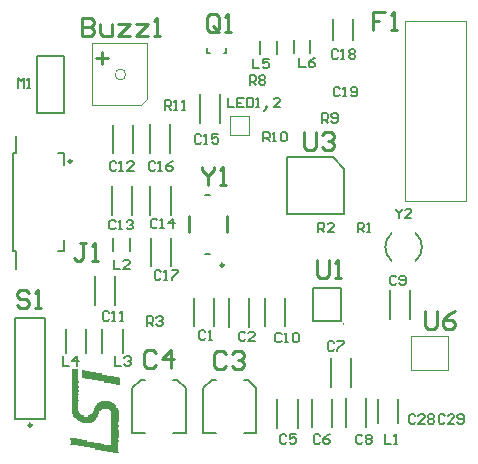
<source format=gbr>
%TF.GenerationSoftware,Altium Limited,Altium Designer,21.2.0 (30)*%
G04 Layer_Color=65535*
%FSLAX45Y45*%
%MOMM*%
%TF.SameCoordinates,6E67B6D2-48A1-4C3A-8D5B-8FB38F647B41*%
%TF.FilePolarity,Positive*%
%TF.FileFunction,Legend,Top*%
%TF.Part,Single*%
G01*
G75*
%TA.AperFunction,NonConductor*%
%ADD34C,0.20000*%
%ADD62C,0.25000*%
%ADD65C,0.10000*%
%ADD66C,0.15000*%
%ADD67C,0.25400*%
G36*
X707352Y834639D02*
X755422D01*
Y825025D01*
X803491D01*
Y815411D01*
X851560D01*
Y805797D01*
X899629D01*
Y796184D01*
X957312D01*
Y786570D01*
X995767D01*
Y776956D01*
X1005381D01*
Y719273D01*
X976540D01*
Y728887D01*
X928471D01*
Y738501D01*
X870788D01*
Y748114D01*
X822718D01*
Y757728D01*
X765036D01*
Y767342D01*
X707352D01*
Y776956D01*
X688125D01*
Y844253D01*
X707352D01*
Y834639D01*
D02*
G37*
G36*
X649670Y748114D02*
X659283D01*
Y738501D01*
X649670D01*
Y709659D01*
X659283D01*
Y690431D01*
X649670D01*
Y671204D01*
X659283D01*
Y661590D01*
X649670D01*
Y642362D01*
X659283D01*
Y632748D01*
X649670D01*
Y594293D01*
X659283D01*
Y584679D01*
X649670D01*
Y498155D01*
X659283D01*
Y478927D01*
X668897D01*
Y469313D01*
X678511D01*
Y459699D01*
X697739D01*
Y450086D01*
X736194D01*
Y459699D01*
X755422D01*
Y469313D01*
X765036D01*
Y478927D01*
X774649D01*
Y498155D01*
X784263D01*
Y526996D01*
X793877D01*
Y536610D01*
X803491D01*
Y546224D01*
X813105D01*
Y565451D01*
X832332D01*
Y575065D01*
X841946D01*
Y584679D01*
X918857D01*
Y575065D01*
X938084D01*
Y565451D01*
X957312D01*
Y555838D01*
X966926D01*
Y546224D01*
X976540D01*
Y526996D01*
X986154D01*
Y507769D01*
X995767D01*
Y402016D01*
X986154D01*
Y382789D01*
X995767D01*
Y363561D01*
X986154D01*
Y334720D01*
X995767D01*
Y267423D01*
X986154D01*
Y248195D01*
X995767D01*
Y238581D01*
X986154D01*
Y152057D01*
X995767D01*
Y142443D01*
X947698D01*
Y152057D01*
X899629D01*
Y161671D01*
X841946D01*
Y171284D01*
X793877D01*
Y180898D01*
X755422D01*
Y190512D01*
X697739D01*
Y200126D01*
X649670D01*
Y209740D01*
X582373D01*
Y219354D01*
X591987D01*
Y248195D01*
X582373D01*
Y267423D01*
X640056D01*
Y257809D01*
X688125D01*
Y248195D01*
X726580D01*
Y238581D01*
X784263D01*
Y228968D01*
X841946D01*
Y219354D01*
X870788D01*
Y209740D01*
X928471D01*
Y498155D01*
X918857D01*
Y507769D01*
X909243D01*
Y517383D01*
X851560D01*
Y507769D01*
X841946D01*
Y498155D01*
X832332D01*
Y469313D01*
X822718D01*
Y450086D01*
X813105D01*
Y440472D01*
X803491D01*
Y421244D01*
X793877D01*
Y411630D01*
X784263D01*
Y402016D01*
X765036D01*
Y392403D01*
X688125D01*
Y402016D01*
X668897D01*
Y411630D01*
X649670D01*
Y421244D01*
X640056D01*
Y430858D01*
X630442D01*
Y440472D01*
X620828D01*
Y450086D01*
X611214D01*
Y469313D01*
X601601D01*
Y853866D01*
X649670D01*
Y748114D01*
D02*
G37*
D34*
X2899258Y1232909D02*
G03*
X2899258Y1232909I-2236J0D01*
G01*
X3306913Y2002932D02*
G03*
X3305287Y1768478I100587J-117930D01*
G01*
X3509713Y1769476D02*
G03*
X3508087Y2003929I-102213J116524D01*
G01*
X2905320Y2165055D02*
Y2550055D01*
X2810320Y2645055D02*
X2905320Y2550055D01*
X2420320Y2645055D02*
X2810320D01*
X2420320Y2165055D02*
X2905320D01*
X2420320D02*
Y2645055D01*
X2805610Y3637885D02*
Y3812885D01*
X2975910Y3638418D02*
Y3813418D01*
X2332960Y3519747D02*
Y3629747D01*
X2192960Y3519747D02*
Y3629747D01*
X2476236Y3524381D02*
Y3634380D01*
X2616236Y3524381D02*
Y3634380D01*
X1746022Y3527309D02*
X1768222D01*
X1883822D02*
X1906022D01*
X1746022Y3527309D02*
Y3568569D01*
X1906022Y3527309D02*
Y3568569D01*
X1681893Y2939393D02*
Y3180607D01*
X1853107Y2939393D02*
Y3180607D01*
X1430607Y2684194D02*
Y2925407D01*
X1259393Y2684194D02*
Y2925407D01*
X945142Y2680962D02*
Y2922175D01*
X1116355Y2680962D02*
Y2922175D01*
X1730000Y1827500D02*
X1770000D01*
X1730000Y2327500D02*
X1770000D01*
X1434122Y2157447D02*
Y2398660D01*
X1262909Y2157447D02*
Y2398660D01*
X1106839Y2158109D02*
Y2399322D01*
X935625Y2158109D02*
Y2399322D01*
X949378Y1853123D02*
Y1963123D01*
X1089378Y1853123D02*
Y1963123D01*
X1264847Y1722042D02*
Y1963255D01*
X1436060Y1722042D02*
Y1963255D01*
X2642022Y1257909D02*
Y1540909D01*
X2874022Y1257909D02*
Y1540909D01*
X2642022Y1257909D02*
X2874022D01*
X2642022Y1540909D02*
X2874022D01*
X794393Y1396893D02*
Y1638106D01*
X965607Y1396893D02*
Y1638106D01*
X547500Y987089D02*
Y1192911D01*
X722500Y987089D02*
Y1192911D01*
X855000Y987089D02*
Y1192911D01*
X1030000Y987089D02*
Y1192911D01*
X1805607Y1216893D02*
Y1458107D01*
X1634393Y1216893D02*
Y1458107D01*
X2100607Y1211893D02*
Y1453107D01*
X1929393Y1211893D02*
Y1453107D01*
X2403107Y1214194D02*
Y1455407D01*
X2231893Y1214194D02*
Y1455407D01*
X3294393Y1276894D02*
Y1518107D01*
X3465607Y1276894D02*
Y1518107D01*
X2965607Y701032D02*
Y942245D01*
X2794393Y701032D02*
Y942245D01*
X2919393Y364393D02*
Y605607D01*
X3090607Y364393D02*
Y605607D01*
X3187500Y394589D02*
Y600411D01*
X3362500Y394589D02*
Y600411D01*
X2631893Y359393D02*
Y600607D01*
X2803107Y359393D02*
Y600607D01*
X2339394Y356893D02*
Y598106D01*
X2510607Y356893D02*
Y598106D01*
X1456506Y310733D02*
X1561506D01*
X1111506D02*
X1216506D01*
X1561506D02*
Y690733D01*
X1491506Y760734D02*
X1561506Y690733D01*
X1456506Y760734D02*
X1491506D01*
X1111506Y310733D02*
Y690733D01*
X1181506Y760734D01*
X1216506D01*
X1781652Y763788D02*
X1816652D01*
X1711652Y693788D02*
X1781652Y763788D01*
X1711652Y313788D02*
Y693788D01*
X2056652Y763788D02*
X2091652D01*
X2161652Y693788D01*
Y313788D02*
Y693788D01*
X1711652Y313788D02*
X1816652D01*
X2056652D02*
X2161652D01*
X300937Y3019805D02*
X529537D01*
Y3502405D01*
X300937Y3019805D02*
Y3502405D01*
X529537D01*
X531791Y2583938D02*
Y2678938D01*
X481791D02*
X531791D01*
X96791Y1848938D02*
Y2678938D01*
X126791D01*
Y2828938D01*
X481791Y1848938D02*
X531791D01*
Y1943938D01*
X126791Y1698938D02*
Y1848938D01*
X96791D02*
X126791D01*
X118851Y425585D02*
X372851D01*
Y1281585D01*
X118851D02*
X372851D01*
X118851Y425585D02*
Y1281585D01*
D62*
X1882500Y1732500D02*
G03*
X1882500Y1732500I-12500J0D01*
G01*
X596790Y2611438D02*
G03*
X596790Y2611438I-12500J0D01*
G01*
X258451Y377485D02*
G03*
X258451Y377485I-12500J0D01*
G01*
D65*
X1938822Y3632009D02*
G03*
X1938822Y3632009I-5000J0D01*
G01*
X1055300Y3346000D02*
G03*
X1055300Y3346000I-45000J0D01*
G01*
X1937500Y2832500D02*
Y2992500D01*
X2097500D01*
Y2832500D02*
Y2992500D01*
X1937500Y2832500D02*
X2097500D01*
X3782011Y845542D02*
Y1135542D01*
X3467011D02*
X3782011D01*
X3467011Y845542D02*
Y1135542D01*
Y845542D02*
X3782011D01*
X3417602Y3748893D02*
Y3798093D01*
Y3798893D02*
X3937502D01*
X3937602Y2278893D02*
Y3798893D01*
X3417602Y2278893D02*
X3937602D01*
X3417602Y2281194D02*
X3419102Y2279693D01*
X3417602Y2278893D02*
Y3748893D01*
X769000Y3092000D02*
Y3612700D01*
X1238900D01*
Y3142800D02*
Y3612700D01*
X1188100Y3092000D02*
X1238900Y3142800D01*
X769000Y3092000D02*
X1188100D01*
D66*
X2853348Y3546658D02*
X2840019Y3559987D01*
X2813361D01*
X2800032Y3546658D01*
Y3493342D01*
X2813361Y3480013D01*
X2840019D01*
X2853348Y3493342D01*
X2880006Y3480013D02*
X2906664D01*
X2893336D01*
Y3559987D01*
X2880006Y3546658D01*
X2946652D02*
X2959981Y3559987D01*
X2986639D01*
X2999968Y3546658D01*
Y3533329D01*
X2986639Y3520000D01*
X2999968Y3506671D01*
Y3493342D01*
X2986639Y3480013D01*
X2959981D01*
X2946652Y3493342D01*
Y3506671D01*
X2959981Y3520000D01*
X2946652Y3533329D01*
Y3546658D01*
X2959981Y3520000D02*
X2986639D01*
X2867674Y3227274D02*
X2854345Y3240603D01*
X2827687D01*
X2814358Y3227274D01*
Y3173958D01*
X2827687Y3160629D01*
X2854345D01*
X2867674Y3173958D01*
X2894332Y3160629D02*
X2920990D01*
X2907661D01*
Y3240603D01*
X2894332Y3227274D01*
X2960977Y3173958D02*
X2974306Y3160629D01*
X3000964D01*
X3014293Y3173958D01*
Y3227274D01*
X3000964Y3240603D01*
X2974306D01*
X2960977Y3227274D01*
Y3213945D01*
X2974306Y3200616D01*
X3014293D01*
X2133355Y3479987D02*
Y3400013D01*
X2186671D01*
X2266645Y3479987D02*
X2213329D01*
Y3440000D01*
X2239987Y3453329D01*
X2253316D01*
X2266645Y3440000D01*
Y3413342D01*
X2253316Y3400013D01*
X2226658D01*
X2213329Y3413342D01*
X2524311Y3488947D02*
Y3408972D01*
X2577627D01*
X2657601Y3488947D02*
X2630943Y3475618D01*
X2604285Y3448960D01*
Y3422302D01*
X2617615Y3408972D01*
X2644273D01*
X2657601Y3422302D01*
Y3435630D01*
X2644273Y3448960D01*
X2604285D01*
X2103355Y3260013D02*
Y3339987D01*
X2143342D01*
X2156671Y3326658D01*
Y3300000D01*
X2143342Y3286671D01*
X2103355D01*
X2130013D02*
X2156671Y3260013D01*
X2183329Y3326658D02*
X2196658Y3339987D01*
X2223316D01*
X2236645Y3326658D01*
Y3313329D01*
X2223316Y3300000D01*
X2236645Y3286671D01*
Y3273342D01*
X2223316Y3260013D01*
X2196658D01*
X2183329Y3273342D01*
Y3286671D01*
X2196658Y3300000D01*
X2183329Y3313329D01*
Y3326658D01*
X2196658Y3300000D02*
X2223316D01*
X2715524Y2937843D02*
Y3017817D01*
X2755512D01*
X2768841Y3004488D01*
Y2977830D01*
X2755512Y2964501D01*
X2715524D01*
X2742182D02*
X2768841Y2937843D01*
X2795499Y2951172D02*
X2808828Y2937843D01*
X2835486D01*
X2848815Y2951172D01*
Y3004488D01*
X2835486Y3017817D01*
X2808828D01*
X2795499Y3004488D01*
Y2991159D01*
X2808828Y2977830D01*
X2848815D01*
X2220032Y2780013D02*
Y2859987D01*
X2260019D01*
X2273348Y2846658D01*
Y2820000D01*
X2260019Y2806671D01*
X2220032D01*
X2246690D02*
X2273348Y2780013D01*
X2300006D02*
X2326664D01*
X2313335D01*
Y2859987D01*
X2300006Y2846658D01*
X2366652D02*
X2379981Y2859987D01*
X2406639D01*
X2419968Y2846658D01*
Y2793342D01*
X2406639Y2780013D01*
X2379981D01*
X2366652Y2793342D01*
Y2846658D01*
X1920152Y3148316D02*
Y3068342D01*
X1973468D01*
X2053442Y3148316D02*
X2000126D01*
Y3068342D01*
X2053442D01*
X2000126Y3108329D02*
X2026784D01*
X2080100Y3148316D02*
Y3068342D01*
X2120087D01*
X2133416Y3081671D01*
Y3134987D01*
X2120087Y3148316D01*
X2080100D01*
X2160074Y3068342D02*
X2186732D01*
X2173403D01*
Y3148316D01*
X2160074Y3134987D01*
X2240049Y3055013D02*
X2253378Y3068342D01*
Y3081671D01*
X2240049D01*
Y3068342D01*
X2253378D01*
X2240049Y3055013D01*
X2226719Y3041684D01*
X2360010Y3068342D02*
X2306694D01*
X2360010Y3121658D01*
Y3134987D01*
X2346681Y3148316D01*
X2320023D01*
X2306694Y3134987D01*
X1385988Y3050013D02*
Y3129987D01*
X1425975D01*
X1439304Y3116658D01*
Y3090000D01*
X1425975Y3076671D01*
X1385988D01*
X1412646D02*
X1439304Y3050013D01*
X1465962D02*
X1492620D01*
X1479291D01*
Y3129987D01*
X1465962Y3116658D01*
X1532608Y3050013D02*
X1559266D01*
X1545937D01*
Y3129987D01*
X1532608Y3116658D01*
X1693348Y2826658D02*
X1680019Y2839987D01*
X1653361D01*
X1640032Y2826658D01*
Y2773342D01*
X1653361Y2760013D01*
X1680019D01*
X1693348Y2773342D01*
X1720006Y2760013D02*
X1746665D01*
X1733336D01*
Y2839987D01*
X1720006Y2826658D01*
X1839968Y2839987D02*
X1786652D01*
Y2800000D01*
X1813310Y2813329D01*
X1826639D01*
X1839968Y2800000D01*
Y2773342D01*
X1826639Y2760013D01*
X1799981D01*
X1786652Y2773342D01*
X1353348Y1676658D02*
X1340019Y1689987D01*
X1313361D01*
X1300032Y1676658D01*
Y1623342D01*
X1313361Y1610013D01*
X1340019D01*
X1353348Y1623342D01*
X1380006Y1610013D02*
X1406664D01*
X1393336D01*
Y1689987D01*
X1380006Y1676658D01*
X1446652Y1689987D02*
X1499968D01*
Y1676658D01*
X1446652Y1623342D01*
Y1610013D01*
X1304618Y2596659D02*
X1291289Y2609987D01*
X1264631D01*
X1251302Y2596659D01*
Y2543342D01*
X1264631Y2530013D01*
X1291289D01*
X1304618Y2543342D01*
X1331276Y2530013D02*
X1357934D01*
X1344605D01*
Y2609987D01*
X1331276Y2596659D01*
X1451238Y2609987D02*
X1424580Y2596659D01*
X1397922Y2570000D01*
Y2543342D01*
X1411251Y2530013D01*
X1437909D01*
X1451238Y2543342D01*
Y2556671D01*
X1437909Y2570000D01*
X1397922D01*
X974580Y2598879D02*
X961251Y2612208D01*
X934593D01*
X921264Y2598879D01*
Y2545563D01*
X934593Y2532233D01*
X961251D01*
X974580Y2545563D01*
X1001238Y2532233D02*
X1027896D01*
X1014567D01*
Y2612208D01*
X1001238Y2598879D01*
X1121200Y2532233D02*
X1067884D01*
X1121200Y2585550D01*
Y2598879D01*
X1107871Y2612208D01*
X1081213D01*
X1067884Y2598879D01*
X1321608Y2112695D02*
X1308279Y2126023D01*
X1281621D01*
X1268292Y2112695D01*
Y2059378D01*
X1281621Y2046049D01*
X1308279D01*
X1321608Y2059378D01*
X1348266Y2046049D02*
X1374924D01*
X1361595D01*
Y2126023D01*
X1348266Y2112695D01*
X1454898Y2046049D02*
Y2126023D01*
X1414911Y2086036D01*
X1468227D01*
X969835Y2101480D02*
X956506Y2114809D01*
X929848D01*
X916519Y2101480D01*
Y2048164D01*
X929848Y2034834D01*
X956506D01*
X969835Y2048164D01*
X996493Y2034834D02*
X1023151D01*
X1009822D01*
Y2114809D01*
X996493Y2101480D01*
X1063139D02*
X1076468Y2114809D01*
X1103126D01*
X1116455Y2101480D01*
Y2088151D01*
X1103126Y2074822D01*
X1089797D01*
X1103126D01*
X1116455Y2061492D01*
Y2048164D01*
X1103126Y2034834D01*
X1076468D01*
X1063139Y2048164D01*
X954128Y1778110D02*
Y1698136D01*
X1007444D01*
X1087418D02*
X1034102D01*
X1087418Y1751452D01*
Y1764781D01*
X1074089Y1778110D01*
X1047431D01*
X1034102Y1764781D01*
X914299Y1329495D02*
X900970Y1342824D01*
X874312D01*
X860983Y1329495D01*
Y1276179D01*
X874312Y1262850D01*
X900970D01*
X914299Y1276179D01*
X940957Y1262850D02*
X967615D01*
X954286D01*
Y1342824D01*
X940957Y1329495D01*
X1007603Y1262850D02*
X1034261D01*
X1020932D01*
Y1342824D01*
X1007603Y1329495D01*
X523355Y959987D02*
Y880013D01*
X576671D01*
X643316D02*
Y959987D01*
X603329Y920000D01*
X656645D01*
X963355Y959987D02*
Y880013D01*
X1016671D01*
X1043329Y946658D02*
X1056658Y959987D01*
X1083316D01*
X1096645Y946658D01*
Y933329D01*
X1083316Y920000D01*
X1069987D01*
X1083316D01*
X1096645Y906671D01*
Y893342D01*
X1083316Y880013D01*
X1056658D01*
X1043329Y893342D01*
X1730000Y1166658D02*
X1716671Y1179987D01*
X1690013D01*
X1676684Y1166658D01*
Y1113342D01*
X1690013Y1100013D01*
X1716671D01*
X1730000Y1113342D01*
X1756658Y1100013D02*
X1783316D01*
X1769987D01*
Y1179987D01*
X1756658Y1166658D01*
X2066671Y1156658D02*
X2053342Y1169987D01*
X2026684D01*
X2013355Y1156658D01*
Y1103342D01*
X2026684Y1090013D01*
X2053342D01*
X2066671Y1103342D01*
X2146645Y1090013D02*
X2093329D01*
X2146645Y1143329D01*
Y1156658D01*
X2133316Y1169987D01*
X2106658D01*
X2093329Y1156658D01*
X1233355Y1220013D02*
Y1299987D01*
X1273342D01*
X1286671Y1286658D01*
Y1260000D01*
X1273342Y1246671D01*
X1233355D01*
X1260013D02*
X1286671Y1220013D01*
X1313329Y1286658D02*
X1326658Y1299987D01*
X1353316D01*
X1366645Y1286658D01*
Y1273329D01*
X1353316Y1260000D01*
X1339987D01*
X1353316D01*
X1366645Y1246671D01*
Y1233342D01*
X1353316Y1220013D01*
X1326658D01*
X1313329Y1233342D01*
X2374871Y1147454D02*
X2361542Y1160783D01*
X2334884D01*
X2321555Y1147454D01*
Y1094138D01*
X2334884Y1080808D01*
X2361542D01*
X2374871Y1094138D01*
X2401529Y1080808D02*
X2428187D01*
X2414858D01*
Y1160783D01*
X2401529Y1147454D01*
X2468174D02*
X2481504Y1160783D01*
X2508162D01*
X2521491Y1147454D01*
Y1094138D01*
X2508162Y1080808D01*
X2481504D01*
X2468174Y1094138D01*
Y1147454D01*
X2683954Y2013112D02*
Y2093086D01*
X2723941D01*
X2737270Y2079757D01*
Y2053099D01*
X2723941Y2039770D01*
X2683954D01*
X2710612D02*
X2737270Y2013112D01*
X2817244D02*
X2763928D01*
X2817244Y2066428D01*
Y2079757D01*
X2803915Y2093086D01*
X2777257D01*
X2763928Y2079757D01*
X3018473Y2013096D02*
Y2093070D01*
X3058460D01*
X3071789Y2079741D01*
Y2053083D01*
X3058460Y2039754D01*
X3018473D01*
X3045131D02*
X3071789Y2013096D01*
X3098447D02*
X3125105D01*
X3111776D01*
Y2093070D01*
X3098447Y2079741D01*
X3345606Y1630298D02*
X3332277Y1643627D01*
X3305619D01*
X3292290Y1630298D01*
Y1576982D01*
X3305619Y1563653D01*
X3332277D01*
X3345606Y1576982D01*
X3372264D02*
X3385593Y1563653D01*
X3412251D01*
X3425580Y1576982D01*
Y1630298D01*
X3412251Y1643627D01*
X3385593D01*
X3372264Y1630298D01*
Y1616969D01*
X3385593Y1603640D01*
X3425580D01*
X2819277Y1074053D02*
X2805948Y1087382D01*
X2779290D01*
X2765960Y1074053D01*
Y1020737D01*
X2779290Y1007408D01*
X2805948D01*
X2819277Y1020737D01*
X2845935Y1087382D02*
X2899251D01*
Y1074053D01*
X2845935Y1020737D01*
Y1007408D01*
X3506684Y456658D02*
X3493355Y469987D01*
X3466697D01*
X3453368Y456658D01*
Y403342D01*
X3466697Y390013D01*
X3493355D01*
X3506684Y403342D01*
X3586658Y390013D02*
X3533342D01*
X3586658Y443329D01*
Y456658D01*
X3573329Y469987D01*
X3546671D01*
X3533342Y456658D01*
X3613316D02*
X3626645Y469987D01*
X3653303D01*
X3666632Y456658D01*
Y443329D01*
X3653303Y430000D01*
X3666632Y416671D01*
Y403342D01*
X3653303Y390013D01*
X3626645D01*
X3613316Y403342D01*
Y416671D01*
X3626645Y430000D01*
X3613316Y443329D01*
Y456658D01*
X3626645Y430000D02*
X3653303D01*
X3756684Y456658D02*
X3743355Y469987D01*
X3716697D01*
X3703368Y456658D01*
Y403342D01*
X3716697Y390013D01*
X3743355D01*
X3756684Y403342D01*
X3836658Y390013D02*
X3783342D01*
X3836658Y443329D01*
Y456658D01*
X3823329Y469987D01*
X3796671D01*
X3783342Y456658D01*
X3863316Y403342D02*
X3876645Y390013D01*
X3903303D01*
X3916632Y403342D01*
Y456658D01*
X3903303Y469987D01*
X3876645D01*
X3863316Y456658D01*
Y443329D01*
X3876645Y430000D01*
X3916632D01*
X3059136Y284412D02*
X3045807Y297741D01*
X3019149D01*
X3005820Y284412D01*
Y231096D01*
X3019149Y217767D01*
X3045807D01*
X3059136Y231096D01*
X3085794Y284412D02*
X3099124Y297741D01*
X3125782D01*
X3139111Y284412D01*
Y271083D01*
X3125782Y257754D01*
X3139111Y244425D01*
Y231096D01*
X3125782Y217767D01*
X3099124D01*
X3085794Y231096D01*
Y244425D01*
X3099124Y257754D01*
X3085794Y271083D01*
Y284412D01*
X3099124Y257754D02*
X3125782D01*
X3246684Y299987D02*
Y220013D01*
X3300000D01*
X3326658D02*
X3353316D01*
X3339987D01*
Y299987D01*
X3326658Y286658D01*
X2700786Y286658D02*
X2687457Y299987D01*
X2660799D01*
X2647470Y286658D01*
Y233342D01*
X2660799Y220013D01*
X2687457D01*
X2700786Y233342D01*
X2780760Y299987D02*
X2754102Y286658D01*
X2727444Y260000D01*
Y233342D01*
X2740773Y220013D01*
X2767431D01*
X2780760Y233342D01*
Y246671D01*
X2767431Y260000D01*
X2727444D01*
X2415686Y286658D02*
X2402357Y299987D01*
X2375699D01*
X2362370Y286658D01*
Y233342D01*
X2375699Y220013D01*
X2402357D01*
X2415686Y233342D01*
X2495660Y299987D02*
X2442344D01*
Y260000D01*
X2469002Y273329D01*
X2482331D01*
X2495660Y260000D01*
Y233342D01*
X2482331Y220013D01*
X2455673D01*
X2442344Y233342D01*
X3338980Y2211862D02*
Y2198534D01*
X3365638Y2171876D01*
X3392296Y2198534D01*
Y2211862D01*
X3365638Y2171876D02*
Y2131888D01*
X3472270D02*
X3418954D01*
X3472270Y2185204D01*
Y2198534D01*
X3458942Y2211862D01*
X3432283D01*
X3418954Y2198534D01*
X141077Y3234793D02*
Y3314768D01*
X167735Y3288110D01*
X194393Y3314768D01*
Y3234793D01*
X221051D02*
X247709D01*
X234381D01*
Y3314768D01*
X221051Y3301439D01*
D67*
X1910000Y2010200D02*
Y2144800D01*
X1590000Y2010200D02*
Y2144800D01*
X807100Y3485700D02*
X908700D01*
X857900Y3434900D02*
Y3536500D01*
X2563979Y2860238D02*
Y2733279D01*
X2589370Y2707887D01*
X2640154D01*
X2665546Y2733279D01*
Y2860238D01*
X2716329Y2834846D02*
X2741721Y2860238D01*
X2792505D01*
X2817897Y2834846D01*
Y2809454D01*
X2792505Y2784063D01*
X2767113D01*
X2792505D01*
X2817897Y2758671D01*
Y2733279D01*
X2792505Y2707887D01*
X2741721D01*
X2716329Y2733279D01*
X1844175Y3731591D02*
Y3833158D01*
X1818783Y3858550D01*
X1768000D01*
X1742608Y3833158D01*
Y3731591D01*
X1768000Y3706200D01*
X1818783D01*
X1793391Y3756983D02*
X1844175Y3706200D01*
X1818783D02*
X1844175Y3731591D01*
X1894958Y3706200D02*
X1945742D01*
X1920350D01*
Y3858550D01*
X1894958Y3833158D01*
X1698433Y2566175D02*
Y2540784D01*
X1749216Y2490000D01*
X1800000Y2540784D01*
Y2566175D01*
X1749216Y2490000D02*
Y2413825D01*
X1850784D02*
X1901567D01*
X1876176D01*
Y2566175D01*
X1850784Y2540784D01*
X2671207Y1773675D02*
Y1646717D01*
X2696599Y1621325D01*
X2747382D01*
X2772774Y1646717D01*
Y1773675D01*
X2823558Y1621325D02*
X2874341D01*
X2848950D01*
Y1773675D01*
X2823558Y1748284D01*
X3589549Y1340408D02*
Y1213449D01*
X3614940Y1188057D01*
X3665724D01*
X3691116Y1213449D01*
Y1340408D01*
X3843467D02*
X3792683Y1315016D01*
X3741899Y1264232D01*
Y1213449D01*
X3767291Y1188057D01*
X3818075D01*
X3843467Y1213449D01*
Y1238840D01*
X3818075Y1264232D01*
X3741899D01*
X1311114Y988231D02*
X1285722Y1013623D01*
X1234939D01*
X1209547Y988231D01*
Y886664D01*
X1234939Y861273D01*
X1285722D01*
X1311114Y886664D01*
X1438073Y861273D02*
Y1013623D01*
X1361898Y937448D01*
X1463465D01*
X1903429Y977265D02*
X1878037Y1002657D01*
X1827254D01*
X1801862Y977265D01*
Y875698D01*
X1827254Y850306D01*
X1878037D01*
X1903429Y875698D01*
X1954212Y977265D02*
X1979604Y1002657D01*
X2030388D01*
X2055780Y977265D01*
Y951873D01*
X2030388Y926482D01*
X2004996D01*
X2030388D01*
X2055780Y901090D01*
Y875698D01*
X2030388Y850306D01*
X1979604D01*
X1954212Y875698D01*
X3250000Y3876175D02*
X3148433D01*
Y3800000D01*
X3199217D01*
X3148433D01*
Y3723825D01*
X3300784D02*
X3351567D01*
X3326176D01*
Y3876175D01*
X3300784Y3850784D01*
X682407Y3825447D02*
Y3673096D01*
X758582D01*
X783974Y3698488D01*
Y3723879D01*
X758582Y3749271D01*
X682407D01*
X758582D01*
X783974Y3774663D01*
Y3800055D01*
X758582Y3825447D01*
X682407D01*
X834758Y3774663D02*
Y3698488D01*
X860149Y3673096D01*
X936325D01*
Y3774663D01*
X987108D02*
X1088675D01*
X987108Y3673096D01*
X1088675D01*
X1139459Y3774663D02*
X1241026D01*
X1139459Y3673096D01*
X1241026D01*
X1291810D02*
X1342593D01*
X1317202D01*
Y3825447D01*
X1291810Y3800055D01*
X236187Y1493479D02*
X210795Y1518871D01*
X160012D01*
X134620Y1493479D01*
Y1468087D01*
X160012Y1442695D01*
X210795D01*
X236187Y1417303D01*
Y1391912D01*
X210795Y1366520D01*
X160012D01*
X134620Y1391912D01*
X286971Y1366520D02*
X337754D01*
X312363D01*
Y1518871D01*
X286971Y1493479D01*
X720000Y1916175D02*
X669217D01*
X694608D01*
Y1789216D01*
X669217Y1763825D01*
X643825D01*
X618433Y1789216D01*
X770784Y1763825D02*
X821567D01*
X796176D01*
Y1916175D01*
X770784Y1890783D01*
%TF.MD5,058b0f2d455c90feee1cf28702047205*%
M02*

</source>
